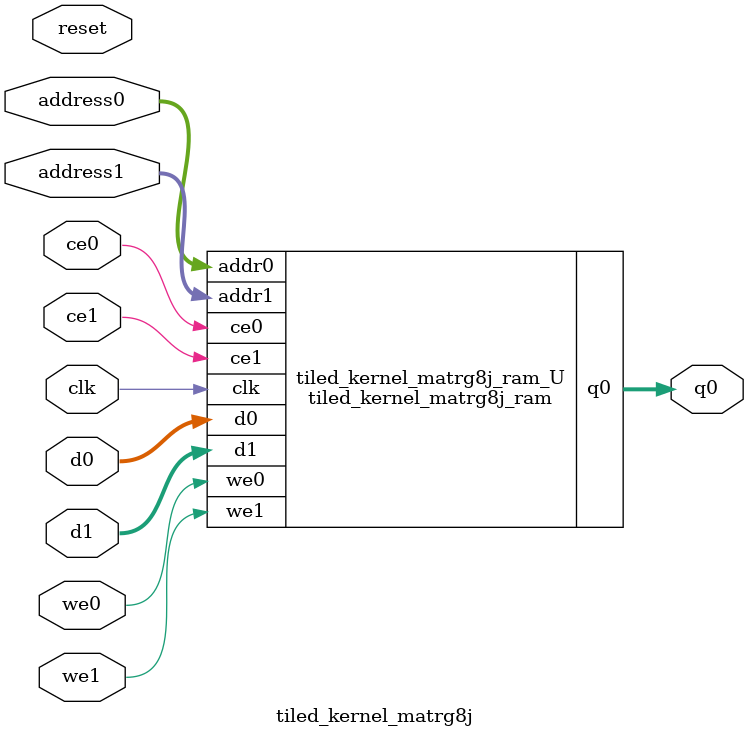
<source format=v>

`timescale 1 ns / 1 ps
module tiled_kernel_matrg8j_ram (addr0, ce0, d0, we0, q0, addr1, ce1, d1, we1,  clk);

parameter DWIDTH = 32;
parameter AWIDTH = 10;
parameter MEM_SIZE = 784;

input[AWIDTH-1:0] addr0;
input ce0;
input[DWIDTH-1:0] d0;
input we0;
output reg[DWIDTH-1:0] q0;
input[AWIDTH-1:0] addr1;
input ce1;
input[DWIDTH-1:0] d1;
input we1;
input clk;

(* ram_style = "block" *)reg [DWIDTH-1:0] ram[0:MEM_SIZE-1];




always @(posedge clk)  
begin 
    if (ce0) 
    begin
        if (we0) 
        begin 
            ram[addr0] <= d0; 
            q0 <= d0;
        end 
        else 
            q0 <= ram[addr0];
    end
end


always @(posedge clk)  
begin 
    if (ce1) 
    begin
        if (we1) 
        begin 
            ram[addr1] <= d1; 
        end 
    end
end


endmodule


`timescale 1 ns / 1 ps
module tiled_kernel_matrg8j(
    reset,
    clk,
    address0,
    ce0,
    we0,
    d0,
    q0,
    address1,
    ce1,
    we1,
    d1);

parameter DataWidth = 32'd32;
parameter AddressRange = 32'd784;
parameter AddressWidth = 32'd10;
input reset;
input clk;
input[AddressWidth - 1:0] address0;
input ce0;
input we0;
input[DataWidth - 1:0] d0;
output[DataWidth - 1:0] q0;
input[AddressWidth - 1:0] address1;
input ce1;
input we1;
input[DataWidth - 1:0] d1;



tiled_kernel_matrg8j_ram tiled_kernel_matrg8j_ram_U(
    .clk( clk ),
    .addr0( address0 ),
    .ce0( ce0 ),
    .we0( we0 ),
    .d0( d0 ),
    .q0( q0 ),
    .addr1( address1 ),
    .ce1( ce1 ),
    .we1( we1 ),
    .d1( d1 ));

endmodule


</source>
